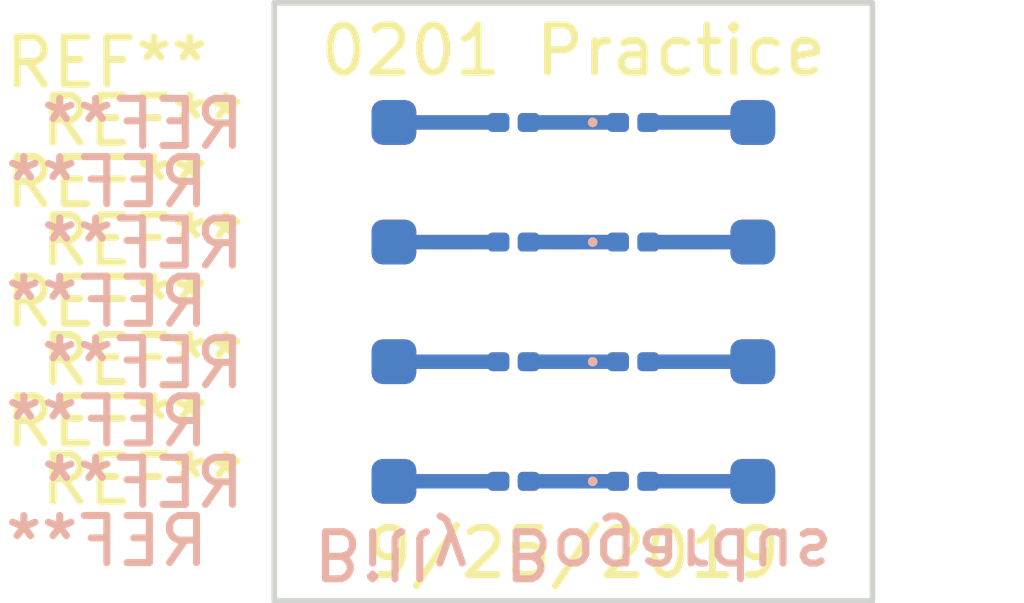
<source format=kicad_pcb>
(kicad_pcb (version 20171130) (host pcbnew "(5.1.2)-2")

  (general
    (thickness 1.6)
    (drawings 7)
    (tracks 24)
    (zones 0)
    (modules 32)
    (nets 1)
  )

  (page A4)
  (layers
    (0 F.Cu signal)
    (31 B.Cu signal)
    (32 B.Adhes user)
    (33 F.Adhes user)
    (34 B.Paste user)
    (35 F.Paste user)
    (36 B.SilkS user)
    (37 F.SilkS user)
    (38 B.Mask user)
    (39 F.Mask user)
    (40 Dwgs.User user)
    (41 Cmts.User user)
    (42 Eco1.User user)
    (43 Eco2.User user)
    (44 Edge.Cuts user)
    (45 Margin user)
    (46 B.CrtYd user)
    (47 F.CrtYd user)
    (48 B.Fab user)
    (49 F.Fab user hide)
  )

  (setup
    (last_trace_width 0.1524)
    (user_trace_width 0.3048)
    (user_trace_width 0.6096)
    (user_trace_width 0.8128)
    (user_trace_width 1.016)
    (user_trace_width 1.524)
    (user_trace_width 2.54)
    (trace_clearance 0.1524)
    (zone_clearance 0.508)
    (zone_45_only no)
    (trace_min 0.1524)
    (via_size 0.8)
    (via_drill 0.4)
    (via_min_size 0.508)
    (via_min_drill 0.254)
    (user_via 0.7366 0.381)
    (user_via 0.8636 0.50038)
    (user_via 0.8636 0.508)
    (uvia_size 0.8)
    (uvia_drill 0.4)
    (uvias_allowed no)
    (uvia_min_size 0.508)
    (uvia_min_drill 0.254)
    (edge_width 0.15)
    (segment_width 0.2)
    (pcb_text_width 0.3)
    (pcb_text_size 1.5 1.5)
    (mod_edge_width 0.15)
    (mod_text_size 1 1)
    (mod_text_width 0.15)
    (pad_size 1.524 1.524)
    (pad_drill 0.762)
    (pad_to_mask_clearance 0.051)
    (solder_mask_min_width 0.0508)
    (aux_axis_origin 0 0)
    (visible_elements 7FFFFFFF)
    (pcbplotparams
      (layerselection 0x010fc_ffffffff)
      (usegerberextensions false)
      (usegerberattributes false)
      (usegerberadvancedattributes false)
      (creategerberjobfile false)
      (excludeedgelayer true)
      (linewidth 0.100000)
      (plotframeref false)
      (viasonmask false)
      (mode 1)
      (useauxorigin false)
      (hpglpennumber 1)
      (hpglpenspeed 20)
      (hpglpendiameter 15.000000)
      (psnegative false)
      (psa4output false)
      (plotreference true)
      (plotvalue true)
      (plotinvisibletext false)
      (padsonsilk false)
      (subtractmaskfromsilk false)
      (outputformat 1)
      (mirror false)
      (drillshape 1)
      (scaleselection 1)
      (outputdirectory ""))
  )

  (net 0 "")

  (net_class Default "This is the default net class."
    (clearance 0.1524)
    (trace_width 0.1524)
    (via_dia 0.8)
    (via_drill 0.4)
    (uvia_dia 0.8)
    (uvia_drill 0.4)
    (diff_pair_width 0.1524)
    (diff_pair_gap 0.1524)
  )

  (net_class 43V ""
    (clearance 0.1524)
    (trace_width 2.54)
    (via_dia 0.70104)
    (via_drill 0.59944)
    (uvia_dia 0.70104)
    (uvia_drill 0.59944)
    (diff_pair_width 1.016)
    (diff_pair_gap 0.8636)
  )

  (net_class Spindle ""
    (clearance 0.6858)
    (trace_width 1.016)
    (via_dia 0.70104)
    (via_drill 0.59944)
    (uvia_dia 0.70104)
    (uvia_drill 0.59944)
    (diff_pair_width 1.016)
    (diff_pair_gap 0.8636)
  )

  (net_class Stepper ""
    (clearance 0.2286)
    (trace_width 0.6096)
    (via_dia 0.7366)
    (via_drill 0.381)
    (uvia_dia 0.7366)
    (uvia_drill 0.381)
    (diff_pair_width 0.1524)
    (diff_pair_gap 0.1524)
  )

  (module Resistor_SMD:R_0201_0603Metric (layer B.Cu) (tedit 5B301BBD) (tstamp 5D3B0573)
    (at 60.198 26.67)
    (descr "Resistor SMD 0201 (0603 Metric), square (rectangular) end terminal, IPC_7351 nominal, (Body size source: https://www.vishay.com/docs/20052/crcw0201e3.pdf), generated with kicad-footprint-generator")
    (tags resistor)
    (attr smd)
    (fp_text reference REF** (at -7.874 0.034) (layer B.SilkS)
      (effects (font (size 1 1) (thickness 0.15)) (justify mirror))
    )
    (fp_text value R_0201_0603Metric (at 0 -1.05) (layer B.Fab)
      (effects (font (size 1 1) (thickness 0.15)) (justify mirror))
    )
    (fp_line (start -0.3 -0.15) (end -0.3 0.15) (layer B.Fab) (width 0.1))
    (fp_line (start -0.3 0.15) (end 0.3 0.15) (layer B.Fab) (width 0.1))
    (fp_line (start 0.3 0.15) (end 0.3 -0.15) (layer B.Fab) (width 0.1))
    (fp_line (start 0.3 -0.15) (end -0.3 -0.15) (layer B.Fab) (width 0.1))
    (fp_line (start -0.7 -0.35) (end -0.7 0.35) (layer B.CrtYd) (width 0.05))
    (fp_line (start -0.7 0.35) (end 0.7 0.35) (layer B.CrtYd) (width 0.05))
    (fp_line (start 0.7 0.35) (end 0.7 -0.35) (layer B.CrtYd) (width 0.05))
    (fp_line (start 0.7 -0.35) (end -0.7 -0.35) (layer B.CrtYd) (width 0.05))
    (fp_text user %R (at 0 0.68) (layer B.Fab)
      (effects (font (size 0.25 0.25) (thickness 0.04)) (justify mirror))
    )
    (pad "" smd roundrect (at -0.345 0) (size 0.318 0.36) (layers B.Paste) (roundrect_rratio 0.25))
    (pad "" smd roundrect (at 0.345 0) (size 0.318 0.36) (layers B.Paste) (roundrect_rratio 0.25))
    (pad 1 smd roundrect (at -0.32 0) (size 0.46 0.4) (layers B.Cu B.Mask) (roundrect_rratio 0.25))
    (pad 2 smd roundrect (at 0.32 0) (size 0.46 0.4) (layers B.Cu B.Mask) (roundrect_rratio 0.25))
    (model ${KISYS3DMOD}/Resistor_SMD.3dshapes/R_0201_0603Metric.wrl
      (at (xyz 0 0 0))
      (scale (xyz 1 1 1))
      (rotate (xyz 0 0 0))
    )
  )

  (module LED_SMD:LED_0201_0603Metric (layer B.Cu) (tedit 5B301BBE) (tstamp 5D3B0560)
    (at 62.738 26.67)
    (descr "LED SMD 0201 (0603 Metric), square (rectangular) end terminal, IPC_7351 nominal, (Body size source: https://www.vishay.com/docs/20052/crcw0201e3.pdf), generated with kicad-footprint-generator")
    (tags LED)
    (attr smd)
    (fp_text reference REF** (at -11.176 1.27) (layer B.SilkS)
      (effects (font (size 1 1) (thickness 0.15)) (justify mirror))
    )
    (fp_text value LED_0201_0603Metric (at 0 -1.05) (layer B.Fab)
      (effects (font (size 1 1) (thickness 0.15)) (justify mirror))
    )
    (fp_circle (center -0.86 0) (end -0.81 0) (layer B.SilkS) (width 0.1))
    (fp_line (start -0.3 -0.15) (end -0.3 0.15) (layer B.Fab) (width 0.1))
    (fp_line (start -0.3 0.15) (end 0.3 0.15) (layer B.Fab) (width 0.1))
    (fp_line (start 0.3 0.15) (end 0.3 -0.15) (layer B.Fab) (width 0.1))
    (fp_line (start 0.3 -0.15) (end -0.3 -0.15) (layer B.Fab) (width 0.1))
    (fp_line (start -0.2 -0.15) (end -0.2 0.15) (layer B.Fab) (width 0.1))
    (fp_line (start -0.1 -0.15) (end -0.1 0.15) (layer B.Fab) (width 0.1))
    (fp_line (start -0.7 -0.35) (end -0.7 0.35) (layer B.CrtYd) (width 0.05))
    (fp_line (start -0.7 0.35) (end 0.7 0.35) (layer B.CrtYd) (width 0.05))
    (fp_line (start 0.7 0.35) (end 0.7 -0.35) (layer B.CrtYd) (width 0.05))
    (fp_line (start 0.7 -0.35) (end -0.7 -0.35) (layer B.CrtYd) (width 0.05))
    (fp_text user %R (at 0 0.68) (layer B.Fab)
      (effects (font (size 0.25 0.25) (thickness 0.04)) (justify mirror))
    )
    (pad "" smd roundrect (at -0.345 0) (size 0.318 0.36) (layers B.Paste) (roundrect_rratio 0.25))
    (pad "" smd roundrect (at 0.345 0) (size 0.318 0.36) (layers B.Paste) (roundrect_rratio 0.25))
    (pad 1 smd roundrect (at -0.32 0) (size 0.46 0.4) (layers B.Cu B.Mask) (roundrect_rratio 0.25))
    (pad 2 smd roundrect (at 0.32 0) (size 0.46 0.4) (layers B.Cu B.Mask) (roundrect_rratio 0.25))
    (model ${KISYS3DMOD}/LED_SMD.3dshapes/LED_0201_0603Metric.wrl
      (at (xyz 0 0 0))
      (scale (xyz 1 1 1))
      (rotate (xyz 0 0 0))
    )
  )

  (module Resistor_SMD:R_0201_0603Metric (layer B.Cu) (tedit 5B301BBD) (tstamp 5D3B0550)
    (at 60.198 24.13)
    (descr "Resistor SMD 0201 (0603 Metric), square (rectangular) end terminal, IPC_7351 nominal, (Body size source: https://www.vishay.com/docs/20052/crcw0201e3.pdf), generated with kicad-footprint-generator")
    (tags resistor)
    (attr smd)
    (fp_text reference REF** (at -7.874 0.034) (layer B.SilkS)
      (effects (font (size 1 1) (thickness 0.15)) (justify mirror))
    )
    (fp_text value R_0201_0603Metric (at 0 -1.05) (layer B.Fab)
      (effects (font (size 1 1) (thickness 0.15)) (justify mirror))
    )
    (fp_line (start -0.3 -0.15) (end -0.3 0.15) (layer B.Fab) (width 0.1))
    (fp_line (start -0.3 0.15) (end 0.3 0.15) (layer B.Fab) (width 0.1))
    (fp_line (start 0.3 0.15) (end 0.3 -0.15) (layer B.Fab) (width 0.1))
    (fp_line (start 0.3 -0.15) (end -0.3 -0.15) (layer B.Fab) (width 0.1))
    (fp_line (start -0.7 -0.35) (end -0.7 0.35) (layer B.CrtYd) (width 0.05))
    (fp_line (start -0.7 0.35) (end 0.7 0.35) (layer B.CrtYd) (width 0.05))
    (fp_line (start 0.7 0.35) (end 0.7 -0.35) (layer B.CrtYd) (width 0.05))
    (fp_line (start 0.7 -0.35) (end -0.7 -0.35) (layer B.CrtYd) (width 0.05))
    (fp_text user %R (at 0 0.68) (layer B.Fab)
      (effects (font (size 0.25 0.25) (thickness 0.04)) (justify mirror))
    )
    (pad "" smd roundrect (at -0.345 0) (size 0.318 0.36) (layers B.Paste) (roundrect_rratio 0.25))
    (pad "" smd roundrect (at 0.345 0) (size 0.318 0.36) (layers B.Paste) (roundrect_rratio 0.25))
    (pad 1 smd roundrect (at -0.32 0) (size 0.46 0.4) (layers B.Cu B.Mask) (roundrect_rratio 0.25))
    (pad 2 smd roundrect (at 0.32 0) (size 0.46 0.4) (layers B.Cu B.Mask) (roundrect_rratio 0.25))
    (model ${KISYS3DMOD}/Resistor_SMD.3dshapes/R_0201_0603Metric.wrl
      (at (xyz 0 0 0))
      (scale (xyz 1 1 1))
      (rotate (xyz 0 0 0))
    )
  )

  (module LED_SMD:LED_0201_0603Metric (layer B.Cu) (tedit 5B301BBE) (tstamp 5D3B053D)
    (at 62.738 24.13)
    (descr "LED SMD 0201 (0603 Metric), square (rectangular) end terminal, IPC_7351 nominal, (Body size source: https://www.vishay.com/docs/20052/crcw0201e3.pdf), generated with kicad-footprint-generator")
    (tags LED)
    (attr smd)
    (fp_text reference REF** (at -11.176 1.27) (layer B.SilkS)
      (effects (font (size 1 1) (thickness 0.15)) (justify mirror))
    )
    (fp_text value LED_0201_0603Metric (at 0 -1.05) (layer B.Fab)
      (effects (font (size 1 1) (thickness 0.15)) (justify mirror))
    )
    (fp_circle (center -0.86 0) (end -0.81 0) (layer B.SilkS) (width 0.1))
    (fp_line (start -0.3 -0.15) (end -0.3 0.15) (layer B.Fab) (width 0.1))
    (fp_line (start -0.3 0.15) (end 0.3 0.15) (layer B.Fab) (width 0.1))
    (fp_line (start 0.3 0.15) (end 0.3 -0.15) (layer B.Fab) (width 0.1))
    (fp_line (start 0.3 -0.15) (end -0.3 -0.15) (layer B.Fab) (width 0.1))
    (fp_line (start -0.2 -0.15) (end -0.2 0.15) (layer B.Fab) (width 0.1))
    (fp_line (start -0.1 -0.15) (end -0.1 0.15) (layer B.Fab) (width 0.1))
    (fp_line (start -0.7 -0.35) (end -0.7 0.35) (layer B.CrtYd) (width 0.05))
    (fp_line (start -0.7 0.35) (end 0.7 0.35) (layer B.CrtYd) (width 0.05))
    (fp_line (start 0.7 0.35) (end 0.7 -0.35) (layer B.CrtYd) (width 0.05))
    (fp_line (start 0.7 -0.35) (end -0.7 -0.35) (layer B.CrtYd) (width 0.05))
    (fp_text user %R (at 0 0.68) (layer B.Fab)
      (effects (font (size 0.25 0.25) (thickness 0.04)) (justify mirror))
    )
    (pad "" smd roundrect (at -0.345 0) (size 0.318 0.36) (layers B.Paste) (roundrect_rratio 0.25))
    (pad "" smd roundrect (at 0.345 0) (size 0.318 0.36) (layers B.Paste) (roundrect_rratio 0.25))
    (pad 1 smd roundrect (at -0.32 0) (size 0.46 0.4) (layers B.Cu B.Mask) (roundrect_rratio 0.25))
    (pad 2 smd roundrect (at 0.32 0) (size 0.46 0.4) (layers B.Cu B.Mask) (roundrect_rratio 0.25))
    (model ${KISYS3DMOD}/LED_SMD.3dshapes/LED_0201_0603Metric.wrl
      (at (xyz 0 0 0))
      (scale (xyz 1 1 1))
      (rotate (xyz 0 0 0))
    )
  )

  (module TestPoints:TestPoint_0303_0603 (layer B.Cu) (tedit 5D3A7A41) (tstamp 5D3B0534)
    (at 65.278 26.67)
    (descr "Resistor SMD 0603 (1608 Metric), square (rectangular) end terminal, IPC_7351 nominal, (Body size source: http://www.tortai-tech.com/upload/download/2011102023233369053.pdf), generated with kicad-footprint-generator")
    (tags resistor)
    (attr smd)
    (fp_text reference T (at 0 1.43) (layer B.SilkS) hide
      (effects (font (size 1 1) (thickness 0.15)) (justify mirror))
    )
    (fp_text value 0303_TestPad (at 0 -1.43) (layer B.Fab)
      (effects (font (size 1 1) (thickness 0.15)) (justify mirror))
    )
    (fp_text user %R (at 0 0) (layer B.Fab)
      (effects (font (size 0.4 0.4) (thickness 0.06)) (justify mirror))
    )
    (fp_line (start 0.73 -0.73) (end -0.73 -0.73) (layer B.CrtYd) (width 0.05))
    (fp_line (start 0.73 0.73) (end 0.73 -0.73) (layer B.CrtYd) (width 0.05))
    (fp_line (start -0.73 0.73) (end 0.73 0.73) (layer B.CrtYd) (width 0.05))
    (fp_line (start -0.73 -0.73) (end -0.73 0.73) (layer B.CrtYd) (width 0.05))
    (pad 1 smd roundrect (at 0 0) (size 0.95 0.95) (layers B.Cu B.Paste B.Mask) (roundrect_rratio 0.25))
  )

  (module TestPoints:TestPoint_0303_0603 (layer B.Cu) (tedit 5D3A7A41) (tstamp 5D3B052B)
    (at 57.658 26.67)
    (descr "Resistor SMD 0603 (1608 Metric), square (rectangular) end terminal, IPC_7351 nominal, (Body size source: http://www.tortai-tech.com/upload/download/2011102023233369053.pdf), generated with kicad-footprint-generator")
    (tags resistor)
    (attr smd)
    (fp_text reference T (at 0 1.43) (layer B.SilkS) hide
      (effects (font (size 1 1) (thickness 0.15)) (justify mirror))
    )
    (fp_text value 0303_TestPad (at 0 -1.43) (layer B.Fab)
      (effects (font (size 1 1) (thickness 0.15)) (justify mirror))
    )
    (fp_text user %R (at 0 0) (layer B.Fab)
      (effects (font (size 0.4 0.4) (thickness 0.06)) (justify mirror))
    )
    (fp_line (start 0.73 -0.73) (end -0.73 -0.73) (layer B.CrtYd) (width 0.05))
    (fp_line (start 0.73 0.73) (end 0.73 -0.73) (layer B.CrtYd) (width 0.05))
    (fp_line (start -0.73 0.73) (end 0.73 0.73) (layer B.CrtYd) (width 0.05))
    (fp_line (start -0.73 -0.73) (end -0.73 0.73) (layer B.CrtYd) (width 0.05))
    (pad 1 smd roundrect (at 0 0) (size 0.95 0.95) (layers B.Cu B.Paste B.Mask) (roundrect_rratio 0.25))
  )

  (module TestPoints:TestPoint_0303_0603 (layer B.Cu) (tedit 5D3A7A41) (tstamp 5D3B0522)
    (at 65.278 29.21)
    (descr "Resistor SMD 0603 (1608 Metric), square (rectangular) end terminal, IPC_7351 nominal, (Body size source: http://www.tortai-tech.com/upload/download/2011102023233369053.pdf), generated with kicad-footprint-generator")
    (tags resistor)
    (attr smd)
    (fp_text reference T (at 0 1.43) (layer B.SilkS) hide
      (effects (font (size 1 1) (thickness 0.15)) (justify mirror))
    )
    (fp_text value 0303_TestPad (at 0 -1.43) (layer B.Fab)
      (effects (font (size 1 1) (thickness 0.15)) (justify mirror))
    )
    (fp_text user %R (at 0 0) (layer B.Fab)
      (effects (font (size 0.4 0.4) (thickness 0.06)) (justify mirror))
    )
    (fp_line (start 0.73 -0.73) (end -0.73 -0.73) (layer B.CrtYd) (width 0.05))
    (fp_line (start 0.73 0.73) (end 0.73 -0.73) (layer B.CrtYd) (width 0.05))
    (fp_line (start -0.73 0.73) (end 0.73 0.73) (layer B.CrtYd) (width 0.05))
    (fp_line (start -0.73 -0.73) (end -0.73 0.73) (layer B.CrtYd) (width 0.05))
    (pad 1 smd roundrect (at 0 0) (size 0.95 0.95) (layers B.Cu B.Paste B.Mask) (roundrect_rratio 0.25))
  )

  (module Resistor_SMD:R_0201_0603Metric (layer B.Cu) (tedit 5B301BBD) (tstamp 5D3B0512)
    (at 60.198 21.59)
    (descr "Resistor SMD 0201 (0603 Metric), square (rectangular) end terminal, IPC_7351 nominal, (Body size source: https://www.vishay.com/docs/20052/crcw0201e3.pdf), generated with kicad-footprint-generator")
    (tags resistor)
    (attr smd)
    (fp_text reference REF** (at -7.874 0.034) (layer B.SilkS)
      (effects (font (size 1 1) (thickness 0.15)) (justify mirror))
    )
    (fp_text value R_0201_0603Metric (at 0 -1.05) (layer B.Fab)
      (effects (font (size 1 1) (thickness 0.15)) (justify mirror))
    )
    (fp_line (start -0.3 -0.15) (end -0.3 0.15) (layer B.Fab) (width 0.1))
    (fp_line (start -0.3 0.15) (end 0.3 0.15) (layer B.Fab) (width 0.1))
    (fp_line (start 0.3 0.15) (end 0.3 -0.15) (layer B.Fab) (width 0.1))
    (fp_line (start 0.3 -0.15) (end -0.3 -0.15) (layer B.Fab) (width 0.1))
    (fp_line (start -0.7 -0.35) (end -0.7 0.35) (layer B.CrtYd) (width 0.05))
    (fp_line (start -0.7 0.35) (end 0.7 0.35) (layer B.CrtYd) (width 0.05))
    (fp_line (start 0.7 0.35) (end 0.7 -0.35) (layer B.CrtYd) (width 0.05))
    (fp_line (start 0.7 -0.35) (end -0.7 -0.35) (layer B.CrtYd) (width 0.05))
    (fp_text user %R (at 0 0.68) (layer B.Fab)
      (effects (font (size 0.25 0.25) (thickness 0.04)) (justify mirror))
    )
    (pad "" smd roundrect (at -0.345 0) (size 0.318 0.36) (layers B.Paste) (roundrect_rratio 0.25))
    (pad "" smd roundrect (at 0.345 0) (size 0.318 0.36) (layers B.Paste) (roundrect_rratio 0.25))
    (pad 1 smd roundrect (at -0.32 0) (size 0.46 0.4) (layers B.Cu B.Mask) (roundrect_rratio 0.25))
    (pad 2 smd roundrect (at 0.32 0) (size 0.46 0.4) (layers B.Cu B.Mask) (roundrect_rratio 0.25))
    (model ${KISYS3DMOD}/Resistor_SMD.3dshapes/R_0201_0603Metric.wrl
      (at (xyz 0 0 0))
      (scale (xyz 1 1 1))
      (rotate (xyz 0 0 0))
    )
  )

  (module TestPoints:TestPoint_0303_0603 (layer B.Cu) (tedit 5D3A7A41) (tstamp 5D3B0509)
    (at 57.658 24.13)
    (descr "Resistor SMD 0603 (1608 Metric), square (rectangular) end terminal, IPC_7351 nominal, (Body size source: http://www.tortai-tech.com/upload/download/2011102023233369053.pdf), generated with kicad-footprint-generator")
    (tags resistor)
    (attr smd)
    (fp_text reference T (at 0 1.43) (layer B.SilkS) hide
      (effects (font (size 1 1) (thickness 0.15)) (justify mirror))
    )
    (fp_text value 0303_TestPad (at 0 -1.43) (layer B.Fab)
      (effects (font (size 1 1) (thickness 0.15)) (justify mirror))
    )
    (fp_text user %R (at 0 0) (layer B.Fab)
      (effects (font (size 0.4 0.4) (thickness 0.06)) (justify mirror))
    )
    (fp_line (start 0.73 -0.73) (end -0.73 -0.73) (layer B.CrtYd) (width 0.05))
    (fp_line (start 0.73 0.73) (end 0.73 -0.73) (layer B.CrtYd) (width 0.05))
    (fp_line (start -0.73 0.73) (end 0.73 0.73) (layer B.CrtYd) (width 0.05))
    (fp_line (start -0.73 -0.73) (end -0.73 0.73) (layer B.CrtYd) (width 0.05))
    (pad 1 smd roundrect (at 0 0) (size 0.95 0.95) (layers B.Cu B.Paste B.Mask) (roundrect_rratio 0.25))
  )

  (module TestPoints:TestPoint_0303_0603 (layer B.Cu) (tedit 5D3A7A41) (tstamp 5D3B0500)
    (at 65.278 21.59)
    (descr "Resistor SMD 0603 (1608 Metric), square (rectangular) end terminal, IPC_7351 nominal, (Body size source: http://www.tortai-tech.com/upload/download/2011102023233369053.pdf), generated with kicad-footprint-generator")
    (tags resistor)
    (attr smd)
    (fp_text reference T (at 0 1.43) (layer B.SilkS) hide
      (effects (font (size 1 1) (thickness 0.15)) (justify mirror))
    )
    (fp_text value 0303_TestPad (at 0 -1.43) (layer B.Fab)
      (effects (font (size 1 1) (thickness 0.15)) (justify mirror))
    )
    (fp_text user %R (at 0 0) (layer B.Fab)
      (effects (font (size 0.4 0.4) (thickness 0.06)) (justify mirror))
    )
    (fp_line (start 0.73 -0.73) (end -0.73 -0.73) (layer B.CrtYd) (width 0.05))
    (fp_line (start 0.73 0.73) (end 0.73 -0.73) (layer B.CrtYd) (width 0.05))
    (fp_line (start -0.73 0.73) (end 0.73 0.73) (layer B.CrtYd) (width 0.05))
    (fp_line (start -0.73 -0.73) (end -0.73 0.73) (layer B.CrtYd) (width 0.05))
    (pad 1 smd roundrect (at 0 0) (size 0.95 0.95) (layers B.Cu B.Paste B.Mask) (roundrect_rratio 0.25))
  )

  (module TestPoints:TestPoint_0303_0603 (layer B.Cu) (tedit 5D3A7A41) (tstamp 5D3B04F7)
    (at 65.278 24.13)
    (descr "Resistor SMD 0603 (1608 Metric), square (rectangular) end terminal, IPC_7351 nominal, (Body size source: http://www.tortai-tech.com/upload/download/2011102023233369053.pdf), generated with kicad-footprint-generator")
    (tags resistor)
    (attr smd)
    (fp_text reference T (at 0 1.43) (layer B.SilkS) hide
      (effects (font (size 1 1) (thickness 0.15)) (justify mirror))
    )
    (fp_text value 0303_TestPad (at 0 -1.43) (layer B.Fab)
      (effects (font (size 1 1) (thickness 0.15)) (justify mirror))
    )
    (fp_text user %R (at 0 0) (layer B.Fab)
      (effects (font (size 0.4 0.4) (thickness 0.06)) (justify mirror))
    )
    (fp_line (start 0.73 -0.73) (end -0.73 -0.73) (layer B.CrtYd) (width 0.05))
    (fp_line (start 0.73 0.73) (end 0.73 -0.73) (layer B.CrtYd) (width 0.05))
    (fp_line (start -0.73 0.73) (end 0.73 0.73) (layer B.CrtYd) (width 0.05))
    (fp_line (start -0.73 -0.73) (end -0.73 0.73) (layer B.CrtYd) (width 0.05))
    (pad 1 smd roundrect (at 0 0) (size 0.95 0.95) (layers B.Cu B.Paste B.Mask) (roundrect_rratio 0.25))
  )

  (module LED_SMD:LED_0201_0603Metric (layer B.Cu) (tedit 5B301BBE) (tstamp 5D3B04E4)
    (at 62.738 29.21)
    (descr "LED SMD 0201 (0603 Metric), square (rectangular) end terminal, IPC_7351 nominal, (Body size source: https://www.vishay.com/docs/20052/crcw0201e3.pdf), generated with kicad-footprint-generator")
    (tags LED)
    (attr smd)
    (fp_text reference REF** (at -11.176 1.27) (layer B.SilkS)
      (effects (font (size 1 1) (thickness 0.15)) (justify mirror))
    )
    (fp_text value LED_0201_0603Metric (at 0 -1.05) (layer B.Fab)
      (effects (font (size 1 1) (thickness 0.15)) (justify mirror))
    )
    (fp_circle (center -0.86 0) (end -0.81 0) (layer B.SilkS) (width 0.1))
    (fp_line (start -0.3 -0.15) (end -0.3 0.15) (layer B.Fab) (width 0.1))
    (fp_line (start -0.3 0.15) (end 0.3 0.15) (layer B.Fab) (width 0.1))
    (fp_line (start 0.3 0.15) (end 0.3 -0.15) (layer B.Fab) (width 0.1))
    (fp_line (start 0.3 -0.15) (end -0.3 -0.15) (layer B.Fab) (width 0.1))
    (fp_line (start -0.2 -0.15) (end -0.2 0.15) (layer B.Fab) (width 0.1))
    (fp_line (start -0.1 -0.15) (end -0.1 0.15) (layer B.Fab) (width 0.1))
    (fp_line (start -0.7 -0.35) (end -0.7 0.35) (layer B.CrtYd) (width 0.05))
    (fp_line (start -0.7 0.35) (end 0.7 0.35) (layer B.CrtYd) (width 0.05))
    (fp_line (start 0.7 0.35) (end 0.7 -0.35) (layer B.CrtYd) (width 0.05))
    (fp_line (start 0.7 -0.35) (end -0.7 -0.35) (layer B.CrtYd) (width 0.05))
    (fp_text user %R (at 0 0.68) (layer B.Fab)
      (effects (font (size 0.25 0.25) (thickness 0.04)) (justify mirror))
    )
    (pad "" smd roundrect (at -0.345 0) (size 0.318 0.36) (layers B.Paste) (roundrect_rratio 0.25))
    (pad "" smd roundrect (at 0.345 0) (size 0.318 0.36) (layers B.Paste) (roundrect_rratio 0.25))
    (pad 1 smd roundrect (at -0.32 0) (size 0.46 0.4) (layers B.Cu B.Mask) (roundrect_rratio 0.25))
    (pad 2 smd roundrect (at 0.32 0) (size 0.46 0.4) (layers B.Cu B.Mask) (roundrect_rratio 0.25))
    (model ${KISYS3DMOD}/LED_SMD.3dshapes/LED_0201_0603Metric.wrl
      (at (xyz 0 0 0))
      (scale (xyz 1 1 1))
      (rotate (xyz 0 0 0))
    )
  )

  (module Resistor_SMD:R_0201_0603Metric (layer B.Cu) (tedit 5B301BBD) (tstamp 5D3B04D4)
    (at 60.198 29.21)
    (descr "Resistor SMD 0201 (0603 Metric), square (rectangular) end terminal, IPC_7351 nominal, (Body size source: https://www.vishay.com/docs/20052/crcw0201e3.pdf), generated with kicad-footprint-generator")
    (tags resistor)
    (attr smd)
    (fp_text reference REF** (at -7.874 0.034) (layer B.SilkS)
      (effects (font (size 1 1) (thickness 0.15)) (justify mirror))
    )
    (fp_text value R_0201_0603Metric (at 0 -1.05) (layer B.Fab)
      (effects (font (size 1 1) (thickness 0.15)) (justify mirror))
    )
    (fp_line (start -0.3 -0.15) (end -0.3 0.15) (layer B.Fab) (width 0.1))
    (fp_line (start -0.3 0.15) (end 0.3 0.15) (layer B.Fab) (width 0.1))
    (fp_line (start 0.3 0.15) (end 0.3 -0.15) (layer B.Fab) (width 0.1))
    (fp_line (start 0.3 -0.15) (end -0.3 -0.15) (layer B.Fab) (width 0.1))
    (fp_line (start -0.7 -0.35) (end -0.7 0.35) (layer B.CrtYd) (width 0.05))
    (fp_line (start -0.7 0.35) (end 0.7 0.35) (layer B.CrtYd) (width 0.05))
    (fp_line (start 0.7 0.35) (end 0.7 -0.35) (layer B.CrtYd) (width 0.05))
    (fp_line (start 0.7 -0.35) (end -0.7 -0.35) (layer B.CrtYd) (width 0.05))
    (fp_text user %R (at 0 0.68) (layer B.Fab)
      (effects (font (size 0.25 0.25) (thickness 0.04)) (justify mirror))
    )
    (pad "" smd roundrect (at -0.345 0) (size 0.318 0.36) (layers B.Paste) (roundrect_rratio 0.25))
    (pad "" smd roundrect (at 0.345 0) (size 0.318 0.36) (layers B.Paste) (roundrect_rratio 0.25))
    (pad 1 smd roundrect (at -0.32 0) (size 0.46 0.4) (layers B.Cu B.Mask) (roundrect_rratio 0.25))
    (pad 2 smd roundrect (at 0.32 0) (size 0.46 0.4) (layers B.Cu B.Mask) (roundrect_rratio 0.25))
    (model ${KISYS3DMOD}/Resistor_SMD.3dshapes/R_0201_0603Metric.wrl
      (at (xyz 0 0 0))
      (scale (xyz 1 1 1))
      (rotate (xyz 0 0 0))
    )
  )

  (module LED_SMD:LED_0201_0603Metric (layer B.Cu) (tedit 5B301BBE) (tstamp 5D3B04C1)
    (at 62.738 21.59)
    (descr "LED SMD 0201 (0603 Metric), square (rectangular) end terminal, IPC_7351 nominal, (Body size source: https://www.vishay.com/docs/20052/crcw0201e3.pdf), generated with kicad-footprint-generator")
    (tags LED)
    (attr smd)
    (fp_text reference REF** (at -11.176 1.27) (layer B.SilkS)
      (effects (font (size 1 1) (thickness 0.15)) (justify mirror))
    )
    (fp_text value LED_0201_0603Metric (at 0 -1.05) (layer B.Fab)
      (effects (font (size 1 1) (thickness 0.15)) (justify mirror))
    )
    (fp_circle (center -0.86 0) (end -0.81 0) (layer B.SilkS) (width 0.1))
    (fp_line (start -0.3 -0.15) (end -0.3 0.15) (layer B.Fab) (width 0.1))
    (fp_line (start -0.3 0.15) (end 0.3 0.15) (layer B.Fab) (width 0.1))
    (fp_line (start 0.3 0.15) (end 0.3 -0.15) (layer B.Fab) (width 0.1))
    (fp_line (start 0.3 -0.15) (end -0.3 -0.15) (layer B.Fab) (width 0.1))
    (fp_line (start -0.2 -0.15) (end -0.2 0.15) (layer B.Fab) (width 0.1))
    (fp_line (start -0.1 -0.15) (end -0.1 0.15) (layer B.Fab) (width 0.1))
    (fp_line (start -0.7 -0.35) (end -0.7 0.35) (layer B.CrtYd) (width 0.05))
    (fp_line (start -0.7 0.35) (end 0.7 0.35) (layer B.CrtYd) (width 0.05))
    (fp_line (start 0.7 0.35) (end 0.7 -0.35) (layer B.CrtYd) (width 0.05))
    (fp_line (start 0.7 -0.35) (end -0.7 -0.35) (layer B.CrtYd) (width 0.05))
    (fp_text user %R (at 0 0.68) (layer B.Fab)
      (effects (font (size 0.25 0.25) (thickness 0.04)) (justify mirror))
    )
    (pad "" smd roundrect (at -0.345 0) (size 0.318 0.36) (layers B.Paste) (roundrect_rratio 0.25))
    (pad "" smd roundrect (at 0.345 0) (size 0.318 0.36) (layers B.Paste) (roundrect_rratio 0.25))
    (pad 1 smd roundrect (at -0.32 0) (size 0.46 0.4) (layers B.Cu B.Mask) (roundrect_rratio 0.25))
    (pad 2 smd roundrect (at 0.32 0) (size 0.46 0.4) (layers B.Cu B.Mask) (roundrect_rratio 0.25))
    (model ${KISYS3DMOD}/LED_SMD.3dshapes/LED_0201_0603Metric.wrl
      (at (xyz 0 0 0))
      (scale (xyz 1 1 1))
      (rotate (xyz 0 0 0))
    )
  )

  (module TestPoints:TestPoint_0303_0603 (layer B.Cu) (tedit 5D3A7A41) (tstamp 5D3B04B8)
    (at 57.658 21.59)
    (descr "Resistor SMD 0603 (1608 Metric), square (rectangular) end terminal, IPC_7351 nominal, (Body size source: http://www.tortai-tech.com/upload/download/2011102023233369053.pdf), generated with kicad-footprint-generator")
    (tags resistor)
    (attr smd)
    (fp_text reference T (at 0 1.43) (layer B.SilkS) hide
      (effects (font (size 1 1) (thickness 0.15)) (justify mirror))
    )
    (fp_text value 0303_TestPad (at 0 -1.43) (layer B.Fab)
      (effects (font (size 1 1) (thickness 0.15)) (justify mirror))
    )
    (fp_text user %R (at 0 0) (layer B.Fab)
      (effects (font (size 0.4 0.4) (thickness 0.06)) (justify mirror))
    )
    (fp_line (start 0.73 -0.73) (end -0.73 -0.73) (layer B.CrtYd) (width 0.05))
    (fp_line (start 0.73 0.73) (end 0.73 -0.73) (layer B.CrtYd) (width 0.05))
    (fp_line (start -0.73 0.73) (end 0.73 0.73) (layer B.CrtYd) (width 0.05))
    (fp_line (start -0.73 -0.73) (end -0.73 0.73) (layer B.CrtYd) (width 0.05))
    (pad 1 smd roundrect (at 0 0) (size 0.95 0.95) (layers B.Cu B.Paste B.Mask) (roundrect_rratio 0.25))
  )

  (module TestPoints:TestPoint_0303_0603 (layer B.Cu) (tedit 5D3A7A41) (tstamp 5D3B04AF)
    (at 57.658 29.21)
    (descr "Resistor SMD 0603 (1608 Metric), square (rectangular) end terminal, IPC_7351 nominal, (Body size source: http://www.tortai-tech.com/upload/download/2011102023233369053.pdf), generated with kicad-footprint-generator")
    (tags resistor)
    (attr smd)
    (fp_text reference T (at 0 1.43) (layer B.SilkS) hide
      (effects (font (size 1 1) (thickness 0.15)) (justify mirror))
    )
    (fp_text value 0303_TestPad (at 0 -1.43) (layer B.Fab)
      (effects (font (size 1 1) (thickness 0.15)) (justify mirror))
    )
    (fp_text user %R (at 0 0) (layer B.Fab)
      (effects (font (size 0.4 0.4) (thickness 0.06)) (justify mirror))
    )
    (fp_line (start 0.73 -0.73) (end -0.73 -0.73) (layer B.CrtYd) (width 0.05))
    (fp_line (start 0.73 0.73) (end 0.73 -0.73) (layer B.CrtYd) (width 0.05))
    (fp_line (start -0.73 0.73) (end 0.73 0.73) (layer B.CrtYd) (width 0.05))
    (fp_line (start -0.73 -0.73) (end -0.73 0.73) (layer B.CrtYd) (width 0.05))
    (pad 1 smd roundrect (at 0 0) (size 0.95 0.95) (layers B.Cu B.Paste B.Mask) (roundrect_rratio 0.25))
  )

  (module Resistor_SMD:R_0201_0603Metric (layer F.Cu) (tedit 5B301BBD) (tstamp 5D3AF9FE)
    (at 60.198 21.59)
    (descr "Resistor SMD 0201 (0603 Metric), square (rectangular) end terminal, IPC_7351 nominal, (Body size source: https://www.vishay.com/docs/20052/crcw0201e3.pdf), generated with kicad-footprint-generator")
    (tags resistor)
    (attr smd)
    (fp_text reference REF** (at -7.874 -0.034) (layer F.SilkS)
      (effects (font (size 1 1) (thickness 0.15)))
    )
    (fp_text value R_0201_0603Metric (at 0 1.05) (layer F.Fab)
      (effects (font (size 1 1) (thickness 0.15)))
    )
    (fp_text user %R (at 0 -0.68) (layer F.Fab)
      (effects (font (size 0.25 0.25) (thickness 0.04)))
    )
    (fp_line (start 0.7 0.35) (end -0.7 0.35) (layer F.CrtYd) (width 0.05))
    (fp_line (start 0.7 -0.35) (end 0.7 0.35) (layer F.CrtYd) (width 0.05))
    (fp_line (start -0.7 -0.35) (end 0.7 -0.35) (layer F.CrtYd) (width 0.05))
    (fp_line (start -0.7 0.35) (end -0.7 -0.35) (layer F.CrtYd) (width 0.05))
    (fp_line (start 0.3 0.15) (end -0.3 0.15) (layer F.Fab) (width 0.1))
    (fp_line (start 0.3 -0.15) (end 0.3 0.15) (layer F.Fab) (width 0.1))
    (fp_line (start -0.3 -0.15) (end 0.3 -0.15) (layer F.Fab) (width 0.1))
    (fp_line (start -0.3 0.15) (end -0.3 -0.15) (layer F.Fab) (width 0.1))
    (pad 2 smd roundrect (at 0.32 0) (size 0.46 0.4) (layers F.Cu F.Mask) (roundrect_rratio 0.25))
    (pad 1 smd roundrect (at -0.32 0) (size 0.46 0.4) (layers F.Cu F.Mask) (roundrect_rratio 0.25))
    (pad "" smd roundrect (at 0.345 0) (size 0.318 0.36) (layers F.Paste) (roundrect_rratio 0.25))
    (pad "" smd roundrect (at -0.345 0) (size 0.318 0.36) (layers F.Paste) (roundrect_rratio 0.25))
    (model ${KISYS3DMOD}/Resistor_SMD.3dshapes/R_0201_0603Metric.wrl
      (at (xyz 0 0 0))
      (scale (xyz 1 1 1))
      (rotate (xyz 0 0 0))
    )
  )

  (module LED_SMD:LED_0201_0603Metric (layer F.Cu) (tedit 5B301BBE) (tstamp 5D3AF9EB)
    (at 62.738 21.59)
    (descr "LED SMD 0201 (0603 Metric), square (rectangular) end terminal, IPC_7351 nominal, (Body size source: https://www.vishay.com/docs/20052/crcw0201e3.pdf), generated with kicad-footprint-generator")
    (tags LED)
    (attr smd)
    (fp_text reference REF** (at -11.176 -1.27) (layer F.SilkS)
      (effects (font (size 1 1) (thickness 0.15)))
    )
    (fp_text value LED_0201_0603Metric (at 0 1.05) (layer F.Fab)
      (effects (font (size 1 1) (thickness 0.15)))
    )
    (fp_text user %R (at 0 -0.68) (layer F.Fab)
      (effects (font (size 0.25 0.25) (thickness 0.04)))
    )
    (fp_line (start 0.7 0.35) (end -0.7 0.35) (layer F.CrtYd) (width 0.05))
    (fp_line (start 0.7 -0.35) (end 0.7 0.35) (layer F.CrtYd) (width 0.05))
    (fp_line (start -0.7 -0.35) (end 0.7 -0.35) (layer F.CrtYd) (width 0.05))
    (fp_line (start -0.7 0.35) (end -0.7 -0.35) (layer F.CrtYd) (width 0.05))
    (fp_line (start -0.1 0.15) (end -0.1 -0.15) (layer F.Fab) (width 0.1))
    (fp_line (start -0.2 0.15) (end -0.2 -0.15) (layer F.Fab) (width 0.1))
    (fp_line (start 0.3 0.15) (end -0.3 0.15) (layer F.Fab) (width 0.1))
    (fp_line (start 0.3 -0.15) (end 0.3 0.15) (layer F.Fab) (width 0.1))
    (fp_line (start -0.3 -0.15) (end 0.3 -0.15) (layer F.Fab) (width 0.1))
    (fp_line (start -0.3 0.15) (end -0.3 -0.15) (layer F.Fab) (width 0.1))
    (fp_circle (center -0.86 0) (end -0.81 0) (layer F.SilkS) (width 0.1))
    (pad 2 smd roundrect (at 0.32 0) (size 0.46 0.4) (layers F.Cu F.Mask) (roundrect_rratio 0.25))
    (pad 1 smd roundrect (at -0.32 0) (size 0.46 0.4) (layers F.Cu F.Mask) (roundrect_rratio 0.25))
    (pad "" smd roundrect (at 0.345 0) (size 0.318 0.36) (layers F.Paste) (roundrect_rratio 0.25))
    (pad "" smd roundrect (at -0.345 0) (size 0.318 0.36) (layers F.Paste) (roundrect_rratio 0.25))
    (model ${KISYS3DMOD}/LED_SMD.3dshapes/LED_0201_0603Metric.wrl
      (at (xyz 0 0 0))
      (scale (xyz 1 1 1))
      (rotate (xyz 0 0 0))
    )
  )

  (module TestPoints:TestPoint_0303_0603 (layer F.Cu) (tedit 5D3A7A41) (tstamp 5D3AF9E2)
    (at 65.278 26.67)
    (descr "Resistor SMD 0603 (1608 Metric), square (rectangular) end terminal, IPC_7351 nominal, (Body size source: http://www.tortai-tech.com/upload/download/2011102023233369053.pdf), generated with kicad-footprint-generator")
    (tags resistor)
    (attr smd)
    (fp_text reference T (at 0 -1.43) (layer F.SilkS) hide
      (effects (font (size 1 1) (thickness 0.15)))
    )
    (fp_text value 0303_TestPad (at 0 1.43) (layer F.Fab)
      (effects (font (size 1 1) (thickness 0.15)))
    )
    (fp_line (start -0.73 0.73) (end -0.73 -0.73) (layer F.CrtYd) (width 0.05))
    (fp_line (start -0.73 -0.73) (end 0.73 -0.73) (layer F.CrtYd) (width 0.05))
    (fp_line (start 0.73 -0.73) (end 0.73 0.73) (layer F.CrtYd) (width 0.05))
    (fp_line (start 0.73 0.73) (end -0.73 0.73) (layer F.CrtYd) (width 0.05))
    (fp_text user %R (at 0 0) (layer F.Fab)
      (effects (font (size 0.4 0.4) (thickness 0.06)))
    )
    (pad 1 smd roundrect (at 0 0) (size 0.95 0.95) (layers F.Cu F.Paste F.Mask) (roundrect_rratio 0.25))
  )

  (module TestPoints:TestPoint_0303_0603 (layer F.Cu) (tedit 5D3A7A41) (tstamp 5D3AF9D9)
    (at 65.278 21.59)
    (descr "Resistor SMD 0603 (1608 Metric), square (rectangular) end terminal, IPC_7351 nominal, (Body size source: http://www.tortai-tech.com/upload/download/2011102023233369053.pdf), generated with kicad-footprint-generator")
    (tags resistor)
    (attr smd)
    (fp_text reference T (at 0 -1.43) (layer F.SilkS) hide
      (effects (font (size 1 1) (thickness 0.15)))
    )
    (fp_text value 0303_TestPad (at 0 1.43) (layer F.Fab)
      (effects (font (size 1 1) (thickness 0.15)))
    )
    (fp_line (start -0.73 0.73) (end -0.73 -0.73) (layer F.CrtYd) (width 0.05))
    (fp_line (start -0.73 -0.73) (end 0.73 -0.73) (layer F.CrtYd) (width 0.05))
    (fp_line (start 0.73 -0.73) (end 0.73 0.73) (layer F.CrtYd) (width 0.05))
    (fp_line (start 0.73 0.73) (end -0.73 0.73) (layer F.CrtYd) (width 0.05))
    (fp_text user %R (at 0 0) (layer F.Fab)
      (effects (font (size 0.4 0.4) (thickness 0.06)))
    )
    (pad 1 smd roundrect (at 0 0) (size 0.95 0.95) (layers F.Cu F.Paste F.Mask) (roundrect_rratio 0.25))
  )

  (module TestPoints:TestPoint_0303_0603 (layer F.Cu) (tedit 5D3A7A41) (tstamp 5D3AF9D0)
    (at 57.658 21.59)
    (descr "Resistor SMD 0603 (1608 Metric), square (rectangular) end terminal, IPC_7351 nominal, (Body size source: http://www.tortai-tech.com/upload/download/2011102023233369053.pdf), generated with kicad-footprint-generator")
    (tags resistor)
    (attr smd)
    (fp_text reference T (at 0 -1.43) (layer F.SilkS) hide
      (effects (font (size 1 1) (thickness 0.15)))
    )
    (fp_text value 0303_TestPad (at 0 1.43) (layer F.Fab)
      (effects (font (size 1 1) (thickness 0.15)))
    )
    (fp_line (start -0.73 0.73) (end -0.73 -0.73) (layer F.CrtYd) (width 0.05))
    (fp_line (start -0.73 -0.73) (end 0.73 -0.73) (layer F.CrtYd) (width 0.05))
    (fp_line (start 0.73 -0.73) (end 0.73 0.73) (layer F.CrtYd) (width 0.05))
    (fp_line (start 0.73 0.73) (end -0.73 0.73) (layer F.CrtYd) (width 0.05))
    (fp_text user %R (at 0 0) (layer F.Fab)
      (effects (font (size 0.4 0.4) (thickness 0.06)))
    )
    (pad 1 smd roundrect (at 0 0) (size 0.95 0.95) (layers F.Cu F.Paste F.Mask) (roundrect_rratio 0.25))
  )

  (module TestPoints:TestPoint_0303_0603 (layer F.Cu) (tedit 5D3A7A41) (tstamp 5D3AF9C7)
    (at 57.658 29.21)
    (descr "Resistor SMD 0603 (1608 Metric), square (rectangular) end terminal, IPC_7351 nominal, (Body size source: http://www.tortai-tech.com/upload/download/2011102023233369053.pdf), generated with kicad-footprint-generator")
    (tags resistor)
    (attr smd)
    (fp_text reference T (at 0 -1.43) (layer F.SilkS) hide
      (effects (font (size 1 1) (thickness 0.15)))
    )
    (fp_text value 0303_TestPad (at 0 1.43) (layer F.Fab)
      (effects (font (size 1 1) (thickness 0.15)))
    )
    (fp_line (start -0.73 0.73) (end -0.73 -0.73) (layer F.CrtYd) (width 0.05))
    (fp_line (start -0.73 -0.73) (end 0.73 -0.73) (layer F.CrtYd) (width 0.05))
    (fp_line (start 0.73 -0.73) (end 0.73 0.73) (layer F.CrtYd) (width 0.05))
    (fp_line (start 0.73 0.73) (end -0.73 0.73) (layer F.CrtYd) (width 0.05))
    (fp_text user %R (at 0 0) (layer F.Fab)
      (effects (font (size 0.4 0.4) (thickness 0.06)))
    )
    (pad 1 smd roundrect (at 0 0) (size 0.95 0.95) (layers F.Cu F.Paste F.Mask) (roundrect_rratio 0.25))
  )

  (module TestPoints:TestPoint_0303_0603 (layer F.Cu) (tedit 5D3A7A41) (tstamp 5D3AF9BE)
    (at 65.278 29.21)
    (descr "Resistor SMD 0603 (1608 Metric), square (rectangular) end terminal, IPC_7351 nominal, (Body size source: http://www.tortai-tech.com/upload/download/2011102023233369053.pdf), generated with kicad-footprint-generator")
    (tags resistor)
    (attr smd)
    (fp_text reference T (at 0 -1.43) (layer F.SilkS) hide
      (effects (font (size 1 1) (thickness 0.15)))
    )
    (fp_text value 0303_TestPad (at 0 1.43) (layer F.Fab)
      (effects (font (size 1 1) (thickness 0.15)))
    )
    (fp_line (start -0.73 0.73) (end -0.73 -0.73) (layer F.CrtYd) (width 0.05))
    (fp_line (start -0.73 -0.73) (end 0.73 -0.73) (layer F.CrtYd) (width 0.05))
    (fp_line (start 0.73 -0.73) (end 0.73 0.73) (layer F.CrtYd) (width 0.05))
    (fp_line (start 0.73 0.73) (end -0.73 0.73) (layer F.CrtYd) (width 0.05))
    (fp_text user %R (at 0 0) (layer F.Fab)
      (effects (font (size 0.4 0.4) (thickness 0.06)))
    )
    (pad 1 smd roundrect (at 0 0) (size 0.95 0.95) (layers F.Cu F.Paste F.Mask) (roundrect_rratio 0.25))
  )

  (module TestPoints:TestPoint_0303_0603 (layer F.Cu) (tedit 5D3A7A41) (tstamp 5D3AF9B5)
    (at 57.658 26.67)
    (descr "Resistor SMD 0603 (1608 Metric), square (rectangular) end terminal, IPC_7351 nominal, (Body size source: http://www.tortai-tech.com/upload/download/2011102023233369053.pdf), generated with kicad-footprint-generator")
    (tags resistor)
    (attr smd)
    (fp_text reference T (at 0 -1.43) (layer F.SilkS) hide
      (effects (font (size 1 1) (thickness 0.15)))
    )
    (fp_text value 0303_TestPad (at 0 1.43) (layer F.Fab)
      (effects (font (size 1 1) (thickness 0.15)))
    )
    (fp_line (start -0.73 0.73) (end -0.73 -0.73) (layer F.CrtYd) (width 0.05))
    (fp_line (start -0.73 -0.73) (end 0.73 -0.73) (layer F.CrtYd) (width 0.05))
    (fp_line (start 0.73 -0.73) (end 0.73 0.73) (layer F.CrtYd) (width 0.05))
    (fp_line (start 0.73 0.73) (end -0.73 0.73) (layer F.CrtYd) (width 0.05))
    (fp_text user %R (at 0 0) (layer F.Fab)
      (effects (font (size 0.4 0.4) (thickness 0.06)))
    )
    (pad 1 smd roundrect (at 0 0) (size 0.95 0.95) (layers F.Cu F.Paste F.Mask) (roundrect_rratio 0.25))
  )

  (module TestPoints:TestPoint_0303_0603 (layer F.Cu) (tedit 5D3A7A41) (tstamp 5D3AF9AC)
    (at 57.658 24.13)
    (descr "Resistor SMD 0603 (1608 Metric), square (rectangular) end terminal, IPC_7351 nominal, (Body size source: http://www.tortai-tech.com/upload/download/2011102023233369053.pdf), generated with kicad-footprint-generator")
    (tags resistor)
    (attr smd)
    (fp_text reference T (at 0 -1.43) (layer F.SilkS) hide
      (effects (font (size 1 1) (thickness 0.15)))
    )
    (fp_text value 0303_TestPad (at 0 1.43) (layer F.Fab)
      (effects (font (size 1 1) (thickness 0.15)))
    )
    (fp_line (start -0.73 0.73) (end -0.73 -0.73) (layer F.CrtYd) (width 0.05))
    (fp_line (start -0.73 -0.73) (end 0.73 -0.73) (layer F.CrtYd) (width 0.05))
    (fp_line (start 0.73 -0.73) (end 0.73 0.73) (layer F.CrtYd) (width 0.05))
    (fp_line (start 0.73 0.73) (end -0.73 0.73) (layer F.CrtYd) (width 0.05))
    (fp_text user %R (at 0 0) (layer F.Fab)
      (effects (font (size 0.4 0.4) (thickness 0.06)))
    )
    (pad 1 smd roundrect (at 0 0) (size 0.95 0.95) (layers F.Cu F.Paste F.Mask) (roundrect_rratio 0.25))
  )

  (module TestPoints:TestPoint_0303_0603 (layer F.Cu) (tedit 5D3A7A41) (tstamp 5D3AF9A3)
    (at 65.278 24.13)
    (descr "Resistor SMD 0603 (1608 Metric), square (rectangular) end terminal, IPC_7351 nominal, (Body size source: http://www.tortai-tech.com/upload/download/2011102023233369053.pdf), generated with kicad-footprint-generator")
    (tags resistor)
    (attr smd)
    (fp_text reference T (at 0 -1.43) (layer F.SilkS) hide
      (effects (font (size 1 1) (thickness 0.15)))
    )
    (fp_text value 0303_TestPad (at 0 1.43) (layer F.Fab)
      (effects (font (size 1 1) (thickness 0.15)))
    )
    (fp_line (start -0.73 0.73) (end -0.73 -0.73) (layer F.CrtYd) (width 0.05))
    (fp_line (start -0.73 -0.73) (end 0.73 -0.73) (layer F.CrtYd) (width 0.05))
    (fp_line (start 0.73 -0.73) (end 0.73 0.73) (layer F.CrtYd) (width 0.05))
    (fp_line (start 0.73 0.73) (end -0.73 0.73) (layer F.CrtYd) (width 0.05))
    (fp_text user %R (at 0 0) (layer F.Fab)
      (effects (font (size 0.4 0.4) (thickness 0.06)))
    )
    (pad 1 smd roundrect (at 0 0) (size 0.95 0.95) (layers F.Cu F.Paste F.Mask) (roundrect_rratio 0.25))
  )

  (module Resistor_SMD:R_0201_0603Metric (layer F.Cu) (tedit 5B301BBD) (tstamp 5D3AF993)
    (at 60.198 29.21)
    (descr "Resistor SMD 0201 (0603 Metric), square (rectangular) end terminal, IPC_7351 nominal, (Body size source: https://www.vishay.com/docs/20052/crcw0201e3.pdf), generated with kicad-footprint-generator")
    (tags resistor)
    (attr smd)
    (fp_text reference REF** (at -7.874 -0.034) (layer F.SilkS)
      (effects (font (size 1 1) (thickness 0.15)))
    )
    (fp_text value R_0201_0603Metric (at 0 1.05) (layer F.Fab)
      (effects (font (size 1 1) (thickness 0.15)))
    )
    (fp_text user %R (at 0 -0.68) (layer F.Fab)
      (effects (font (size 0.25 0.25) (thickness 0.04)))
    )
    (fp_line (start 0.7 0.35) (end -0.7 0.35) (layer F.CrtYd) (width 0.05))
    (fp_line (start 0.7 -0.35) (end 0.7 0.35) (layer F.CrtYd) (width 0.05))
    (fp_line (start -0.7 -0.35) (end 0.7 -0.35) (layer F.CrtYd) (width 0.05))
    (fp_line (start -0.7 0.35) (end -0.7 -0.35) (layer F.CrtYd) (width 0.05))
    (fp_line (start 0.3 0.15) (end -0.3 0.15) (layer F.Fab) (width 0.1))
    (fp_line (start 0.3 -0.15) (end 0.3 0.15) (layer F.Fab) (width 0.1))
    (fp_line (start -0.3 -0.15) (end 0.3 -0.15) (layer F.Fab) (width 0.1))
    (fp_line (start -0.3 0.15) (end -0.3 -0.15) (layer F.Fab) (width 0.1))
    (pad 2 smd roundrect (at 0.32 0) (size 0.46 0.4) (layers F.Cu F.Mask) (roundrect_rratio 0.25))
    (pad 1 smd roundrect (at -0.32 0) (size 0.46 0.4) (layers F.Cu F.Mask) (roundrect_rratio 0.25))
    (pad "" smd roundrect (at 0.345 0) (size 0.318 0.36) (layers F.Paste) (roundrect_rratio 0.25))
    (pad "" smd roundrect (at -0.345 0) (size 0.318 0.36) (layers F.Paste) (roundrect_rratio 0.25))
    (model ${KISYS3DMOD}/Resistor_SMD.3dshapes/R_0201_0603Metric.wrl
      (at (xyz 0 0 0))
      (scale (xyz 1 1 1))
      (rotate (xyz 0 0 0))
    )
  )

  (module LED_SMD:LED_0201_0603Metric (layer F.Cu) (tedit 5B301BBE) (tstamp 5D3AF980)
    (at 62.738 29.21)
    (descr "LED SMD 0201 (0603 Metric), square (rectangular) end terminal, IPC_7351 nominal, (Body size source: https://www.vishay.com/docs/20052/crcw0201e3.pdf), generated with kicad-footprint-generator")
    (tags LED)
    (attr smd)
    (fp_text reference REF** (at -11.176 -1.27) (layer F.SilkS)
      (effects (font (size 1 1) (thickness 0.15)))
    )
    (fp_text value LED_0201_0603Metric (at 0 1.05) (layer F.Fab)
      (effects (font (size 1 1) (thickness 0.15)))
    )
    (fp_text user %R (at 0 -0.68) (layer F.Fab)
      (effects (font (size 0.25 0.25) (thickness 0.04)))
    )
    (fp_line (start 0.7 0.35) (end -0.7 0.35) (layer F.CrtYd) (width 0.05))
    (fp_line (start 0.7 -0.35) (end 0.7 0.35) (layer F.CrtYd) (width 0.05))
    (fp_line (start -0.7 -0.35) (end 0.7 -0.35) (layer F.CrtYd) (width 0.05))
    (fp_line (start -0.7 0.35) (end -0.7 -0.35) (layer F.CrtYd) (width 0.05))
    (fp_line (start -0.1 0.15) (end -0.1 -0.15) (layer F.Fab) (width 0.1))
    (fp_line (start -0.2 0.15) (end -0.2 -0.15) (layer F.Fab) (width 0.1))
    (fp_line (start 0.3 0.15) (end -0.3 0.15) (layer F.Fab) (width 0.1))
    (fp_line (start 0.3 -0.15) (end 0.3 0.15) (layer F.Fab) (width 0.1))
    (fp_line (start -0.3 -0.15) (end 0.3 -0.15) (layer F.Fab) (width 0.1))
    (fp_line (start -0.3 0.15) (end -0.3 -0.15) (layer F.Fab) (width 0.1))
    (fp_circle (center -0.86 0) (end -0.81 0) (layer F.SilkS) (width 0.1))
    (pad 2 smd roundrect (at 0.32 0) (size 0.46 0.4) (layers F.Cu F.Mask) (roundrect_rratio 0.25))
    (pad 1 smd roundrect (at -0.32 0) (size 0.46 0.4) (layers F.Cu F.Mask) (roundrect_rratio 0.25))
    (pad "" smd roundrect (at 0.345 0) (size 0.318 0.36) (layers F.Paste) (roundrect_rratio 0.25))
    (pad "" smd roundrect (at -0.345 0) (size 0.318 0.36) (layers F.Paste) (roundrect_rratio 0.25))
    (model ${KISYS3DMOD}/LED_SMD.3dshapes/LED_0201_0603Metric.wrl
      (at (xyz 0 0 0))
      (scale (xyz 1 1 1))
      (rotate (xyz 0 0 0))
    )
  )

  (module LED_SMD:LED_0201_0603Metric (layer F.Cu) (tedit 5B301BBE) (tstamp 5D3AF96D)
    (at 62.738 26.67)
    (descr "LED SMD 0201 (0603 Metric), square (rectangular) end terminal, IPC_7351 nominal, (Body size source: https://www.vishay.com/docs/20052/crcw0201e3.pdf), generated with kicad-footprint-generator")
    (tags LED)
    (attr smd)
    (fp_text reference REF** (at -11.176 -1.27) (layer F.SilkS)
      (effects (font (size 1 1) (thickness 0.15)))
    )
    (fp_text value LED_0201_0603Metric (at 0 1.05) (layer F.Fab)
      (effects (font (size 1 1) (thickness 0.15)))
    )
    (fp_text user %R (at 0 -0.68) (layer F.Fab)
      (effects (font (size 0.25 0.25) (thickness 0.04)))
    )
    (fp_line (start 0.7 0.35) (end -0.7 0.35) (layer F.CrtYd) (width 0.05))
    (fp_line (start 0.7 -0.35) (end 0.7 0.35) (layer F.CrtYd) (width 0.05))
    (fp_line (start -0.7 -0.35) (end 0.7 -0.35) (layer F.CrtYd) (width 0.05))
    (fp_line (start -0.7 0.35) (end -0.7 -0.35) (layer F.CrtYd) (width 0.05))
    (fp_line (start -0.1 0.15) (end -0.1 -0.15) (layer F.Fab) (width 0.1))
    (fp_line (start -0.2 0.15) (end -0.2 -0.15) (layer F.Fab) (width 0.1))
    (fp_line (start 0.3 0.15) (end -0.3 0.15) (layer F.Fab) (width 0.1))
    (fp_line (start 0.3 -0.15) (end 0.3 0.15) (layer F.Fab) (width 0.1))
    (fp_line (start -0.3 -0.15) (end 0.3 -0.15) (layer F.Fab) (width 0.1))
    (fp_line (start -0.3 0.15) (end -0.3 -0.15) (layer F.Fab) (width 0.1))
    (fp_circle (center -0.86 0) (end -0.81 0) (layer F.SilkS) (width 0.1))
    (pad 2 smd roundrect (at 0.32 0) (size 0.46 0.4) (layers F.Cu F.Mask) (roundrect_rratio 0.25))
    (pad 1 smd roundrect (at -0.32 0) (size 0.46 0.4) (layers F.Cu F.Mask) (roundrect_rratio 0.25))
    (pad "" smd roundrect (at 0.345 0) (size 0.318 0.36) (layers F.Paste) (roundrect_rratio 0.25))
    (pad "" smd roundrect (at -0.345 0) (size 0.318 0.36) (layers F.Paste) (roundrect_rratio 0.25))
    (model ${KISYS3DMOD}/LED_SMD.3dshapes/LED_0201_0603Metric.wrl
      (at (xyz 0 0 0))
      (scale (xyz 1 1 1))
      (rotate (xyz 0 0 0))
    )
  )

  (module Resistor_SMD:R_0201_0603Metric (layer F.Cu) (tedit 5B301BBD) (tstamp 5D3AF95D)
    (at 60.198 26.67)
    (descr "Resistor SMD 0201 (0603 Metric), square (rectangular) end terminal, IPC_7351 nominal, (Body size source: https://www.vishay.com/docs/20052/crcw0201e3.pdf), generated with kicad-footprint-generator")
    (tags resistor)
    (attr smd)
    (fp_text reference REF** (at -7.874 -0.034) (layer F.SilkS)
      (effects (font (size 1 1) (thickness 0.15)))
    )
    (fp_text value R_0201_0603Metric (at 0 1.05) (layer F.Fab)
      (effects (font (size 1 1) (thickness 0.15)))
    )
    (fp_text user %R (at 0 -0.68) (layer F.Fab)
      (effects (font (size 0.25 0.25) (thickness 0.04)))
    )
    (fp_line (start 0.7 0.35) (end -0.7 0.35) (layer F.CrtYd) (width 0.05))
    (fp_line (start 0.7 -0.35) (end 0.7 0.35) (layer F.CrtYd) (width 0.05))
    (fp_line (start -0.7 -0.35) (end 0.7 -0.35) (layer F.CrtYd) (width 0.05))
    (fp_line (start -0.7 0.35) (end -0.7 -0.35) (layer F.CrtYd) (width 0.05))
    (fp_line (start 0.3 0.15) (end -0.3 0.15) (layer F.Fab) (width 0.1))
    (fp_line (start 0.3 -0.15) (end 0.3 0.15) (layer F.Fab) (width 0.1))
    (fp_line (start -0.3 -0.15) (end 0.3 -0.15) (layer F.Fab) (width 0.1))
    (fp_line (start -0.3 0.15) (end -0.3 -0.15) (layer F.Fab) (width 0.1))
    (pad 2 smd roundrect (at 0.32 0) (size 0.46 0.4) (layers F.Cu F.Mask) (roundrect_rratio 0.25))
    (pad 1 smd roundrect (at -0.32 0) (size 0.46 0.4) (layers F.Cu F.Mask) (roundrect_rratio 0.25))
    (pad "" smd roundrect (at 0.345 0) (size 0.318 0.36) (layers F.Paste) (roundrect_rratio 0.25))
    (pad "" smd roundrect (at -0.345 0) (size 0.318 0.36) (layers F.Paste) (roundrect_rratio 0.25))
    (model ${KISYS3DMOD}/Resistor_SMD.3dshapes/R_0201_0603Metric.wrl
      (at (xyz 0 0 0))
      (scale (xyz 1 1 1))
      (rotate (xyz 0 0 0))
    )
  )

  (module LED_SMD:LED_0201_0603Metric (layer F.Cu) (tedit 5B301BBE) (tstamp 5D3AF94A)
    (at 62.738 24.13)
    (descr "LED SMD 0201 (0603 Metric), square (rectangular) end terminal, IPC_7351 nominal, (Body size source: https://www.vishay.com/docs/20052/crcw0201e3.pdf), generated with kicad-footprint-generator")
    (tags LED)
    (attr smd)
    (fp_text reference REF** (at -11.176 -1.27) (layer F.SilkS)
      (effects (font (size 1 1) (thickness 0.15)))
    )
    (fp_text value LED_0201_0603Metric (at 0 1.05) (layer F.Fab)
      (effects (font (size 1 1) (thickness 0.15)))
    )
    (fp_text user %R (at 0 -0.68) (layer F.Fab)
      (effects (font (size 0.25 0.25) (thickness 0.04)))
    )
    (fp_line (start 0.7 0.35) (end -0.7 0.35) (layer F.CrtYd) (width 0.05))
    (fp_line (start 0.7 -0.35) (end 0.7 0.35) (layer F.CrtYd) (width 0.05))
    (fp_line (start -0.7 -0.35) (end 0.7 -0.35) (layer F.CrtYd) (width 0.05))
    (fp_line (start -0.7 0.35) (end -0.7 -0.35) (layer F.CrtYd) (width 0.05))
    (fp_line (start -0.1 0.15) (end -0.1 -0.15) (layer F.Fab) (width 0.1))
    (fp_line (start -0.2 0.15) (end -0.2 -0.15) (layer F.Fab) (width 0.1))
    (fp_line (start 0.3 0.15) (end -0.3 0.15) (layer F.Fab) (width 0.1))
    (fp_line (start 0.3 -0.15) (end 0.3 0.15) (layer F.Fab) (width 0.1))
    (fp_line (start -0.3 -0.15) (end 0.3 -0.15) (layer F.Fab) (width 0.1))
    (fp_line (start -0.3 0.15) (end -0.3 -0.15) (layer F.Fab) (width 0.1))
    (fp_circle (center -0.86 0) (end -0.81 0) (layer F.SilkS) (width 0.1))
    (pad 2 smd roundrect (at 0.32 0) (size 0.46 0.4) (layers F.Cu F.Mask) (roundrect_rratio 0.25))
    (pad 1 smd roundrect (at -0.32 0) (size 0.46 0.4) (layers F.Cu F.Mask) (roundrect_rratio 0.25))
    (pad "" smd roundrect (at 0.345 0) (size 0.318 0.36) (layers F.Paste) (roundrect_rratio 0.25))
    (pad "" smd roundrect (at -0.345 0) (size 0.318 0.36) (layers F.Paste) (roundrect_rratio 0.25))
    (model ${KISYS3DMOD}/LED_SMD.3dshapes/LED_0201_0603Metric.wrl
      (at (xyz 0 0 0))
      (scale (xyz 1 1 1))
      (rotate (xyz 0 0 0))
    )
  )

  (module Resistor_SMD:R_0201_0603Metric (layer F.Cu) (tedit 5B301BBD) (tstamp 5D3AF93A)
    (at 60.198 24.13)
    (descr "Resistor SMD 0201 (0603 Metric), square (rectangular) end terminal, IPC_7351 nominal, (Body size source: https://www.vishay.com/docs/20052/crcw0201e3.pdf), generated with kicad-footprint-generator")
    (tags resistor)
    (attr smd)
    (fp_text reference REF** (at -7.874 -0.034) (layer F.SilkS)
      (effects (font (size 1 1) (thickness 0.15)))
    )
    (fp_text value R_0201_0603Metric (at 0 1.05) (layer F.Fab)
      (effects (font (size 1 1) (thickness 0.15)))
    )
    (fp_text user %R (at 0 -0.68) (layer F.Fab)
      (effects (font (size 0.25 0.25) (thickness 0.04)))
    )
    (fp_line (start 0.7 0.35) (end -0.7 0.35) (layer F.CrtYd) (width 0.05))
    (fp_line (start 0.7 -0.35) (end 0.7 0.35) (layer F.CrtYd) (width 0.05))
    (fp_line (start -0.7 -0.35) (end 0.7 -0.35) (layer F.CrtYd) (width 0.05))
    (fp_line (start -0.7 0.35) (end -0.7 -0.35) (layer F.CrtYd) (width 0.05))
    (fp_line (start 0.3 0.15) (end -0.3 0.15) (layer F.Fab) (width 0.1))
    (fp_line (start 0.3 -0.15) (end 0.3 0.15) (layer F.Fab) (width 0.1))
    (fp_line (start -0.3 -0.15) (end 0.3 -0.15) (layer F.Fab) (width 0.1))
    (fp_line (start -0.3 0.15) (end -0.3 -0.15) (layer F.Fab) (width 0.1))
    (pad 2 smd roundrect (at 0.32 0) (size 0.46 0.4) (layers F.Cu F.Mask) (roundrect_rratio 0.25))
    (pad 1 smd roundrect (at -0.32 0) (size 0.46 0.4) (layers F.Cu F.Mask) (roundrect_rratio 0.25))
    (pad "" smd roundrect (at 0.345 0) (size 0.318 0.36) (layers F.Paste) (roundrect_rratio 0.25))
    (pad "" smd roundrect (at -0.345 0) (size 0.318 0.36) (layers F.Paste) (roundrect_rratio 0.25))
    (model ${KISYS3DMOD}/Resistor_SMD.3dshapes/R_0201_0603Metric.wrl
      (at (xyz 0 0 0))
      (scale (xyz 1 1 1))
      (rotate (xyz 0 0 0))
    )
  )

  (gr_text "Billy Bogardus" (at 61.468 30.734 180) (layer B.SilkS) (tstamp 5D3B0765)
    (effects (font (size 1 1) (thickness 0.15)) (justify mirror))
  )
  (gr_text 9/25/2019 (at 61.468 30.734) (layer F.SilkS) (tstamp 5D3B0765)
    (effects (font (size 1 1) (thickness 0.15)))
  )
  (gr_text "0201 Practice" (at 61.468 20.066) (layer F.SilkS)
    (effects (font (size 1 1) (thickness 0.15)))
  )
  (gr_line (start 55.118 31.75) (end 67.818 31.75) (layer Edge.Cuts) (width 0.12) (tstamp 5D3AFA11))
  (gr_line (start 55.118 19.05) (end 67.818 19.05) (layer Edge.Cuts) (width 0.12) (tstamp 5D3AFA10))
  (gr_line (start 67.818 19.05) (end 67.818 31.75) (layer Edge.Cuts) (width 0.12) (tstamp 5D3AFA0F))
  (gr_line (start 55.118 19.05) (end 55.118 31.75) (layer Edge.Cuts) (width 0.12) (tstamp 5D3AFA0E))

  (segment (start 63.058 26.67) (end 65.278 26.67) (width 0.3048) (layer F.Cu) (net 0) (tstamp 5D3AFA12))
  (segment (start 63.058 21.59) (end 65.278 21.59) (width 0.3048) (layer F.Cu) (net 0) (tstamp 5D3AFA13))
  (segment (start 65.278 24.13) (end 63.058 24.13) (width 0.3048) (layer F.Cu) (net 0) (tstamp 5D3AFA14))
  (segment (start 62.418 24.13) (end 60.518 24.13) (width 0.3048) (layer F.Cu) (net 0) (tstamp 5D3AFA15))
  (segment (start 57.658 26.67) (end 59.878 26.67) (width 0.3048) (layer F.Cu) (net 0) (tstamp 5D3AFA16))
  (segment (start 60.518 21.59) (end 62.418 21.59) (width 0.3048) (layer F.Cu) (net 0) (tstamp 5D3AFA17))
  (segment (start 59.878 29.21) (end 57.658 29.21) (width 0.3048) (layer F.Cu) (net 0) (tstamp 5D3AFA18))
  (segment (start 62.418 29.21) (end 60.518 29.21) (width 0.3048) (layer F.Cu) (net 0) (tstamp 5D3AFA19))
  (segment (start 59.878 21.59) (end 57.658 21.59) (width 0.3048) (layer F.Cu) (net 0) (tstamp 5D3AFA1A))
  (segment (start 59.878 24.13) (end 57.658 24.13) (width 0.3048) (layer F.Cu) (net 0) (tstamp 5D3AFA1B))
  (segment (start 63.058 29.21) (end 65.278 29.21) (width 0.3048) (layer F.Cu) (net 0) (tstamp 5D3AFA1C))
  (segment (start 60.518 26.67) (end 62.418 26.67) (width 0.3048) (layer F.Cu) (net 0) (tstamp 5D3AFA1D))
  (segment (start 62.418 21.59) (end 60.518 21.59) (width 0.3048) (layer B.Cu) (net 0) (tstamp 5D3B04A3))
  (segment (start 59.878 29.21) (end 57.658 29.21) (width 0.3048) (layer B.Cu) (net 0) (tstamp 5D3B04A4))
  (segment (start 63.058 21.59) (end 65.278 21.59) (width 0.3048) (layer B.Cu) (net 0) (tstamp 5D3B04A5))
  (segment (start 57.658 24.13) (end 59.878 24.13) (width 0.3048) (layer B.Cu) (net 0) (tstamp 5D3B04A6))
  (segment (start 59.878 26.67) (end 57.658 26.67) (width 0.3048) (layer B.Cu) (net 0) (tstamp 5D3B04A7))
  (segment (start 63.058 29.21) (end 65.278 29.21) (width 0.3048) (layer B.Cu) (net 0) (tstamp 5D3B04A8))
  (segment (start 60.518 24.13) (end 62.418 24.13) (width 0.3048) (layer B.Cu) (net 0) (tstamp 5D3B04A9))
  (segment (start 63.058 24.13) (end 65.278 24.13) (width 0.3048) (layer B.Cu) (net 0) (tstamp 5D3B04AA))
  (segment (start 65.278 26.67) (end 63.058 26.67) (width 0.3048) (layer B.Cu) (net 0) (tstamp 5D3B04AB))
  (segment (start 60.518 29.21) (end 62.418 29.21) (width 0.3048) (layer B.Cu) (net 0) (tstamp 5D3B04AC))
  (segment (start 62.418 26.67) (end 60.518 26.67) (width 0.3048) (layer B.Cu) (net 0) (tstamp 5D3B04AD))
  (segment (start 59.878 21.59) (end 57.658 21.59) (width 0.3048) (layer B.Cu) (net 0) (tstamp 5D3B04AE))

)

</source>
